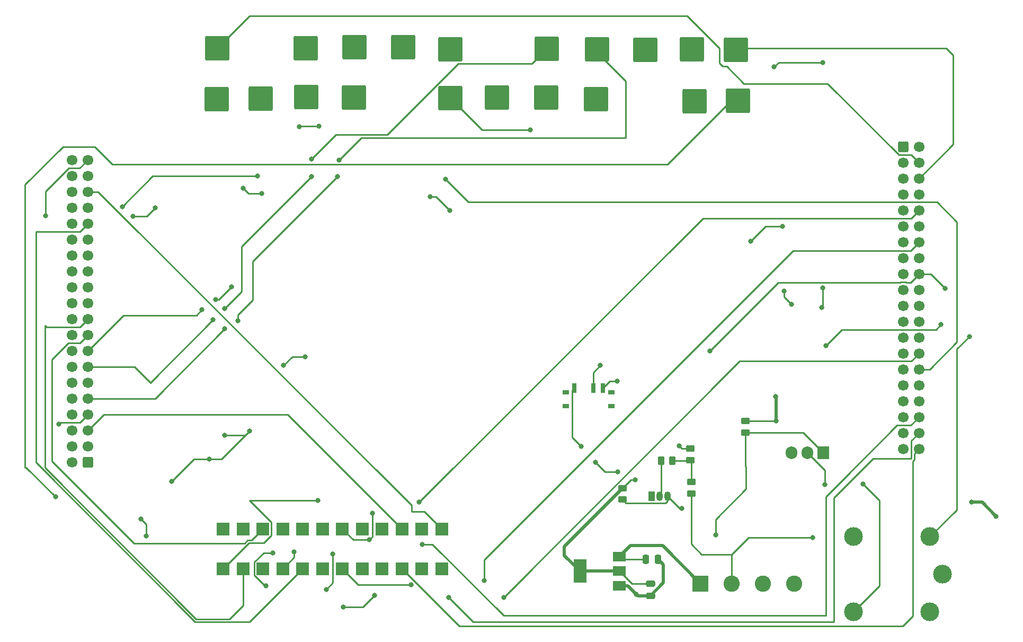
<source format=gbr>
%TF.GenerationSoftware,KiCad,Pcbnew,7.0.8*%
%TF.CreationDate,2025-03-20T17:12:24-04:00*%
%TF.ProjectId,2310interface,32333130-696e-4746-9572-666163652e6b,rev?*%
%TF.SameCoordinates,Original*%
%TF.FileFunction,Copper,L1,Top*%
%TF.FilePolarity,Positive*%
%FSLAX46Y46*%
G04 Gerber Fmt 4.6, Leading zero omitted, Abs format (unit mm)*
G04 Created by KiCad (PCBNEW 7.0.8) date 2025-03-20 17:12:24*
%MOMM*%
%LPD*%
G01*
G04 APERTURE LIST*
G04 Aperture macros list*
%AMRoundRect*
0 Rectangle with rounded corners*
0 $1 Rounding radius*
0 $2 $3 $4 $5 $6 $7 $8 $9 X,Y pos of 4 corners*
0 Add a 4 corners polygon primitive as box body*
4,1,4,$2,$3,$4,$5,$6,$7,$8,$9,$2,$3,0*
0 Add four circle primitives for the rounded corners*
1,1,$1+$1,$2,$3*
1,1,$1+$1,$4,$5*
1,1,$1+$1,$6,$7*
1,1,$1+$1,$8,$9*
0 Add four rect primitives between the rounded corners*
20,1,$1+$1,$2,$3,$4,$5,0*
20,1,$1+$1,$4,$5,$6,$7,0*
20,1,$1+$1,$6,$7,$8,$9,0*
20,1,$1+$1,$8,$9,$2,$3,0*%
G04 Aperture macros list end*
%TA.AperFunction,ComponentPad*%
%ADD10RoundRect,0.250002X-1.699998X-1.699998X1.699998X-1.699998X1.699998X1.699998X-1.699998X1.699998X0*%
%TD*%
%TA.AperFunction,SMDPad,CuDef*%
%ADD11R,1.000000X0.800000*%
%TD*%
%TA.AperFunction,SMDPad,CuDef*%
%ADD12R,0.700000X1.500000*%
%TD*%
%TA.AperFunction,SMDPad,CuDef*%
%ADD13RoundRect,0.250000X0.450000X-0.262500X0.450000X0.262500X-0.450000X0.262500X-0.450000X-0.262500X0*%
%TD*%
%TA.AperFunction,SMDPad,CuDef*%
%ADD14R,2.000000X1.500000*%
%TD*%
%TA.AperFunction,SMDPad,CuDef*%
%ADD15R,2.000000X3.800000*%
%TD*%
%TA.AperFunction,SMDPad,CuDef*%
%ADD16RoundRect,0.250000X-0.475000X0.250000X-0.475000X-0.250000X0.475000X-0.250000X0.475000X0.250000X0*%
%TD*%
%TA.AperFunction,SMDPad,CuDef*%
%ADD17RoundRect,0.250000X-0.262500X-0.450000X0.262500X-0.450000X0.262500X0.450000X-0.262500X0.450000X0*%
%TD*%
%TA.AperFunction,ComponentPad*%
%ADD18R,2.600000X2.600000*%
%TD*%
%TA.AperFunction,ComponentPad*%
%ADD19C,2.600000*%
%TD*%
%TA.AperFunction,ComponentPad*%
%ADD20RoundRect,0.250000X-0.600000X-0.600000X0.600000X-0.600000X0.600000X0.600000X-0.600000X0.600000X0*%
%TD*%
%TA.AperFunction,ComponentPad*%
%ADD21C,1.700000*%
%TD*%
%TA.AperFunction,ComponentPad*%
%ADD22R,1.050000X1.500000*%
%TD*%
%TA.AperFunction,ComponentPad*%
%ADD23O,1.050000X1.500000*%
%TD*%
%TA.AperFunction,SMDPad,CuDef*%
%ADD24RoundRect,0.250000X-0.450000X0.262500X-0.450000X-0.262500X0.450000X-0.262500X0.450000X0.262500X0*%
%TD*%
%TA.AperFunction,ComponentPad*%
%ADD25RoundRect,0.250000X0.600000X0.600000X-0.600000X0.600000X-0.600000X-0.600000X0.600000X-0.600000X0*%
%TD*%
%TA.AperFunction,ComponentPad*%
%ADD26C,3.000000*%
%TD*%
%TA.AperFunction,ComponentPad*%
%ADD27O,1.905000X2.000000*%
%TD*%
%TA.AperFunction,ComponentPad*%
%ADD28R,1.905000X2.000000*%
%TD*%
%TA.AperFunction,SMDPad,CuDef*%
%ADD29RoundRect,0.250000X0.250000X0.475000X-0.250000X0.475000X-0.250000X-0.475000X0.250000X-0.475000X0*%
%TD*%
%TA.AperFunction,ComponentPad*%
%ADD30RoundRect,0.250001X0.799999X0.799999X-0.799999X0.799999X-0.799999X-0.799999X0.799999X-0.799999X0*%
%TD*%
%TA.AperFunction,ViaPad*%
%ADD31C,0.800000*%
%TD*%
%TA.AperFunction,Conductor*%
%ADD32C,0.250000*%
%TD*%
%TA.AperFunction,Conductor*%
%ADD33C,0.508000*%
%TD*%
G04 APERTURE END LIST*
D10*
%TO.P,B10,1,Pin_1*%
%TO.N,Net-(B10a1-Pin_1)*%
X129600000Y-39290000D03*
%TD*%
D11*
%TO.P,SW1,*%
%TO.N,*%
X124750000Y-86090000D03*
X124750000Y-88300000D03*
X132050000Y-86090000D03*
X132050000Y-88300000D03*
D12*
%TO.P,SW1,1,A*%
%TO.N,Net-(SW1-A)*%
X126150000Y-85440000D03*
%TO.P,SW1,2,B*%
%TO.N,Net-(ConnA1-Pin_18)*%
X129150000Y-85440000D03*
%TO.P,SW1,3,C*%
%TO.N,GND*%
X130650000Y-85440000D03*
%TD*%
D10*
%TO.P,B13,1,Pin_1*%
%TO.N,Net-(B13a1-Pin_1)*%
X152320000Y-39530000D03*
%TD*%
%TO.P,D02,1,Pin_1*%
%TO.N,Net-(ConnA1-Pin_4)*%
X69090000Y-31150000D03*
%TD*%
%TO.P,D06,1,Pin_1*%
%TO.N,Net-(ConnA1-Pin_8)*%
X98740000Y-30980000D03*
%TD*%
%TO.P,D11,1,Pin_1*%
%TO.N,Net-(ConnB1-Pin_9)*%
X137460000Y-31420000D03*
%TD*%
D13*
%TO.P,R5,1*%
%TO.N,Net-(R4-Pad2)*%
X144700000Y-96900000D03*
%TO.P,R5,2*%
%TO.N,GND*%
X144700000Y-95075000D03*
%TD*%
D10*
%TO.P,B09,1,Pin_1*%
%TO.N,Net-(B9a1-Pin_1)*%
X121600000Y-39060000D03*
%TD*%
%TO.P,D04,1,Pin_1*%
%TO.N,Net-(ConnB1-Pin_29)*%
X83180000Y-31150000D03*
%TD*%
D14*
%TO.P,U1,1,GND*%
%TO.N,GND*%
X133340000Y-116970000D03*
%TO.P,U1,2,VO*%
%TO.N,Net-(SW1-A)*%
X133340000Y-114670000D03*
D15*
X127040000Y-114670000D03*
D14*
%TO.P,U1,3,VI*%
%TO.N,Net-(J4-Pin_1)*%
X133340000Y-112370000D03*
%TD*%
D10*
%TO.P,D05,1,Pin_1*%
%TO.N,unconnected-(D5a1-Pin_1-Pad1)*%
X91000000Y-30980000D03*
%TD*%
D16*
%TO.P,C2,1*%
%TO.N,Net-(SW1-A)*%
X138280000Y-116670000D03*
%TO.P,C2,2*%
%TO.N,GND*%
X138280000Y-118570000D03*
%TD*%
D17*
%TO.P,R7,1*%
%TO.N,Net-(Q2-B)*%
X139997500Y-97060000D03*
%TO.P,R7,2*%
%TO.N,Net-(R4-Pad2)*%
X141822500Y-97060000D03*
%TD*%
D10*
%TO.P,B07,1,Pin_1*%
%TO.N,Net-(B7a1-Pin_1)*%
X106300000Y-39140000D03*
%TD*%
%TO.P,B08,1,Pin_1*%
%TO.N,Net-(B8a1-Pin_1)*%
X113780000Y-39060000D03*
%TD*%
D18*
%TO.P,J4,1,Pin_1*%
%TO.N,Net-(J4-Pin_1)*%
X146280000Y-116650000D03*
D19*
%TO.P,J4,2,Pin_2*%
%TO.N,Net-(J4-Pin_2)*%
X151280000Y-116650000D03*
%TO.P,J4,3,Pin_3*%
%TO.N,Net-(J4-Pin_3)*%
X156280000Y-116650000D03*
%TO.P,J4,4,Pin_4*%
%TO.N,GND*%
X161280000Y-116650000D03*
%TD*%
D10*
%TO.P,B05,1,Pin_1*%
%TO.N,Net-(B5a1-Pin_1)*%
X90920000Y-39060000D03*
%TD*%
%TO.P,D09,1,Pin_1*%
%TO.N,Net-(ConnB1-Pin_13)*%
X121690000Y-31240000D03*
%TD*%
%TO.P,D10,1,Pin_1*%
%TO.N,Net-(ConnB1-Pin_9)*%
X129720000Y-31300000D03*
%TD*%
%TO.P,B03,1,Pin_1*%
%TO.N,Net-(B3a1-Pin_1)*%
X75960000Y-39230000D03*
%TD*%
D13*
%TO.P,R1,1*%
%TO.N,Net-(J4-Pin_1)*%
X153450000Y-92532500D03*
%TO.P,R1,2*%
%TO.N,GND*%
X153450000Y-90707500D03*
%TD*%
D10*
%TO.P,D13,1,Pin_1*%
%TO.N,Net-(ConnA1-Pin_6)*%
X151950000Y-31420000D03*
%TD*%
D20*
%TO.P,ConnA1,1,Pin_1*%
%TO.N,unconnected-(ConnA1-Pin_1-Pad1)*%
X178710000Y-46860000D03*
D21*
%TO.P,ConnA1,2,Pin_2*%
%TO.N,Net-(B3a1-Pin_1)*%
X181250000Y-46860000D03*
%TO.P,ConnA1,3,Pin_3*%
%TO.N,unconnected-(ConnA1-Pin_3-Pad3)*%
X178710000Y-49400000D03*
%TO.P,ConnA1,4,Pin_4*%
%TO.N,Net-(ConnA1-Pin_4)*%
X181250000Y-49400000D03*
%TO.P,ConnA1,5,Pin_5*%
%TO.N,unconnected-(ConnA1-Pin_5-Pad5)*%
X178710000Y-51940000D03*
%TO.P,ConnA1,6,Pin_6*%
%TO.N,Net-(ConnA1-Pin_6)*%
X181250000Y-51940000D03*
%TO.P,ConnA1,7,Pin_7*%
%TO.N,unconnected-(ConnA1-Pin_7-Pad7)*%
X178710000Y-54480000D03*
%TO.P,ConnA1,8,Pin_8*%
%TO.N,Net-(ConnA1-Pin_8)*%
X181250000Y-54480000D03*
%TO.P,ConnA1,9,Pin_9*%
%TO.N,unconnected-(ConnA1-Pin_9-Pad9)*%
X178710000Y-57020000D03*
%TO.P,ConnA1,10,Pin_10*%
%TO.N,Net-(B13-Pin_1)*%
X181250000Y-57020000D03*
%TO.P,ConnA1,11,Pin_11*%
%TO.N,unconnected-(ConnA1-Pin_11-Pad11)*%
X178710000Y-59560000D03*
%TO.P,ConnA1,12,Pin_12*%
%TO.N,Net-(B12a1-Pin_1)*%
X181250000Y-59560000D03*
%TO.P,ConnA1,13,Pin_13*%
%TO.N,unconnected-(ConnA1-Pin_13-Pad13)*%
X178710000Y-62100000D03*
%TO.P,ConnA1,14,Pin_14*%
%TO.N,Net-(B7-Pin_1)*%
X181250000Y-62100000D03*
%TO.P,ConnA1,15,Pin_15*%
%TO.N,unconnected-(ConnA1-Pin_15-Pad15)*%
X178710000Y-64640000D03*
%TO.P,ConnA1,16,Pin_16*%
%TO.N,Net-(B8a1-Pin_1)*%
X181250000Y-64640000D03*
%TO.P,ConnA1,17,Pin_17*%
%TO.N,unconnected-(ConnA1-Pin_17-Pad17)*%
X178710000Y-67180000D03*
%TO.P,ConnA1,18,Pin_18*%
%TO.N,Net-(ConnA1-Pin_18)*%
X181250000Y-67180000D03*
%TO.P,ConnA1,19,Pin_19*%
%TO.N,unconnected-(ConnA1-Pin_19-Pad19)*%
X178710000Y-69720000D03*
%TO.P,ConnA1,20,Pin_20*%
%TO.N,Net-(ConnA1-Pin_20)*%
X181250000Y-69720000D03*
%TO.P,ConnA1,21,Pin_21*%
%TO.N,unconnected-(ConnA1-Pin_21-Pad21)*%
X178710000Y-72260000D03*
%TO.P,ConnA1,22,Pin_22*%
%TO.N,Net-(B7a1-Pin_1)*%
X181250000Y-72260000D03*
%TO.P,ConnA1,23,Pin_23*%
%TO.N,unconnected-(ConnA1-Pin_23-Pad23)*%
X178710000Y-74800000D03*
%TO.P,ConnA1,24,Pin_24*%
%TO.N,Net-(ConnA1-Pin_24)*%
X181250000Y-74800000D03*
%TO.P,ConnA1,25,Pin_25*%
%TO.N,unconnected-(ConnA1-Pin_25-Pad25)*%
X178710000Y-77340000D03*
%TO.P,ConnA1,26,Pin_26*%
%TO.N,Net-(B2a1-Pin_1)*%
X181250000Y-77340000D03*
%TO.P,ConnA1,27,Pin_27*%
%TO.N,unconnected-(ConnA1-Pin_27-Pad27)*%
X178710000Y-79880000D03*
%TO.P,ConnA1,28,Pin_28*%
%TO.N,Net-(B10-Pin_1)*%
X181250000Y-79880000D03*
%TO.P,ConnA1,29,Pin_29*%
%TO.N,unconnected-(ConnA1-Pin_29-Pad29)*%
X178710000Y-82420000D03*
%TO.P,ConnA1,30,Pin_30*%
%TO.N,Net-(B5a1-Pin_1)*%
X181250000Y-82420000D03*
%TO.P,ConnA1,31,Pin_31*%
%TO.N,unconnected-(ConnA1-Pin_31-Pad31)*%
X178710000Y-84960000D03*
%TO.P,ConnA1,32,Pin_32*%
%TO.N,Net-(B10a1-Pin_1)*%
X181250000Y-84960000D03*
%TO.P,ConnA1,33,Pin_33*%
%TO.N,unconnected-(ConnA1-Pin_33-Pad33)*%
X178710000Y-87500000D03*
%TO.P,ConnA1,34,Pin_34*%
%TO.N,Net-(B2-Pin_1)*%
X181250000Y-87500000D03*
%TO.P,ConnA1,35,Pin_35*%
%TO.N,unconnected-(ConnA1-Pin_35-Pad35)*%
X178710000Y-90040000D03*
%TO.P,ConnA1,36,Pin_36*%
%TO.N,Net-(ConnA1-Pin_36)*%
X181250000Y-90040000D03*
%TO.P,ConnA1,37,Pin_37*%
%TO.N,unconnected-(ConnA1-Pin_37-Pad37)*%
X178710000Y-92580000D03*
%TO.P,ConnA1,38,Pin_38*%
%TO.N,Net-(B5-Pin_1)*%
X181250000Y-92580000D03*
%TO.P,ConnA1,39,Pin_39*%
%TO.N,unconnected-(ConnA1-Pin_39-Pad39)*%
X178710000Y-95120000D03*
%TO.P,ConnA1,40,Pin_40*%
%TO.N,Net-(B4-Pin_1)*%
X181250000Y-95120000D03*
%TD*%
D10*
%TO.P,B12,1,Pin_1*%
%TO.N,Net-(B12a1-Pin_1)*%
X145320000Y-39650000D03*
%TD*%
%TO.P,B02,1,Pin_1*%
%TO.N,Net-(B2a1-Pin_1)*%
X69000000Y-39320000D03*
%TD*%
D22*
%TO.P,Q2,1,E*%
%TO.N,GND*%
X138510000Y-102680000D03*
D23*
%TO.P,Q2,2,B*%
%TO.N,Net-(Q2-B)*%
X139780000Y-102680000D03*
%TO.P,Q2,3,C*%
%TO.N,Net-(ConnA1-Pin_24)*%
X141050000Y-102680000D03*
%TD*%
D24*
%TO.P,R6,1*%
%TO.N,Net-(SW1-A)*%
X133860000Y-101417500D03*
%TO.P,R6,2*%
%TO.N,Net-(ConnA1-Pin_24)*%
X133860000Y-103242500D03*
%TD*%
D25*
%TO.P,ConnB1,1,Pin_1*%
%TO.N,unconnected-(ConnB1-Pin_1-Pad1)*%
X48390000Y-97240000D03*
D21*
%TO.P,ConnB1,2,Pin_2*%
%TO.N,unconnected-(ConnB1-Pin_2-Pad2)*%
X45850000Y-97240000D03*
%TO.P,ConnB1,3,Pin_3*%
%TO.N,unconnected-(ConnB1-Pin_3-Pad3)*%
X48390000Y-94700000D03*
%TO.P,ConnB1,4,Pin_4*%
%TO.N,unconnected-(ConnB1-Pin_4-Pad4)*%
X45850000Y-94700000D03*
%TO.P,ConnB1,5,Pin_5*%
%TO.N,Net-(ConnB1-Pin_5)*%
X48390000Y-92160000D03*
%TO.P,ConnB1,6,Pin_6*%
%TO.N,unconnected-(ConnB1-Pin_6-Pad6)*%
X45850000Y-92160000D03*
%TO.P,ConnB1,7,Pin_7*%
%TO.N,Net-(B13a1-Pin_1)*%
X48390000Y-89620000D03*
%TO.P,ConnB1,8,Pin_8*%
%TO.N,unconnected-(ConnB1-Pin_8-Pad8)*%
X45850000Y-89620000D03*
%TO.P,ConnB1,9,Pin_9*%
%TO.N,Net-(ConnB1-Pin_9)*%
X48390000Y-87080000D03*
%TO.P,ConnB1,10,Pin_10*%
%TO.N,unconnected-(ConnB1-Pin_10-Pad10)*%
X45850000Y-87080000D03*
%TO.P,ConnB1,11,Pin_11*%
%TO.N,Net-(B8-Pin_1)*%
X48390000Y-84540000D03*
%TO.P,ConnB1,12,Pin_12*%
%TO.N,unconnected-(ConnB1-Pin_12-Pad12)*%
X45850000Y-84540000D03*
%TO.P,ConnB1,13,Pin_13*%
%TO.N,Net-(ConnB1-Pin_13)*%
X48390000Y-82000000D03*
%TO.P,ConnB1,14,Pin_14*%
%TO.N,unconnected-(ConnB1-Pin_14-Pad14)*%
X45850000Y-82000000D03*
%TO.P,ConnB1,15,Pin_15*%
%TO.N,Net-(B9a1-Pin_1)*%
X48390000Y-79460000D03*
%TO.P,ConnB1,16,Pin_16*%
%TO.N,unconnected-(ConnB1-Pin_16-Pad16)*%
X45850000Y-79460000D03*
%TO.P,ConnB1,17,Pin_17*%
%TO.N,Net-(ConnB1-Pin_17)*%
X48390000Y-76920000D03*
%TO.P,ConnB1,18,Pin_18*%
%TO.N,unconnected-(ConnB1-Pin_18-Pad18)*%
X45850000Y-76920000D03*
%TO.P,ConnB1,19,Pin_19*%
%TO.N,Net-(B12-Pin_1)*%
X48390000Y-74380000D03*
%TO.P,ConnB1,20,Pin_20*%
%TO.N,unconnected-(ConnB1-Pin_20-Pad20)*%
X45850000Y-74380000D03*
%TO.P,ConnB1,21,Pin_21*%
%TO.N,Net-(ConnB1-Pin_21)*%
X48390000Y-71840000D03*
%TO.P,ConnB1,22,Pin_22*%
%TO.N,unconnected-(ConnB1-Pin_22-Pad22)*%
X45850000Y-71840000D03*
%TO.P,ConnB1,23,Pin_23*%
%TO.N,Net-(ConnB1-Pin_23)*%
X48390000Y-69300000D03*
%TO.P,ConnB1,24,Pin_24*%
%TO.N,unconnected-(ConnB1-Pin_24-Pad24)*%
X45850000Y-69300000D03*
%TO.P,ConnB1,25,Pin_25*%
%TO.N,Net-(ConnB1-Pin_25)*%
X48390000Y-66760000D03*
%TO.P,ConnB1,26,Pin_26*%
%TO.N,unconnected-(ConnB1-Pin_26-Pad26)*%
X45850000Y-66760000D03*
%TO.P,ConnB1,27,Pin_27*%
%TO.N,Net-(B4a1-Pin_1)*%
X48390000Y-64220000D03*
%TO.P,ConnB1,28,Pin_28*%
%TO.N,unconnected-(ConnB1-Pin_28-Pad28)*%
X45850000Y-64220000D03*
%TO.P,ConnB1,29,Pin_29*%
%TO.N,Net-(ConnB1-Pin_29)*%
X48390000Y-61680000D03*
%TO.P,ConnB1,30,Pin_30*%
%TO.N,unconnected-(ConnB1-Pin_30-Pad30)*%
X45850000Y-61680000D03*
%TO.P,ConnB1,31,Pin_31*%
%TO.N,Net-(B9-Pin_1)*%
X48390000Y-59140000D03*
%TO.P,ConnB1,32,Pin_32*%
%TO.N,unconnected-(ConnB1-Pin_32-Pad32)*%
X45850000Y-59140000D03*
%TO.P,ConnB1,33,Pin_33*%
%TO.N,unconnected-(ConnB1-Pin_33-Pad33)*%
X48390000Y-56600000D03*
%TO.P,ConnB1,34,Pin_34*%
%TO.N,unconnected-(ConnB1-Pin_34-Pad34)*%
X45850000Y-56600000D03*
%TO.P,ConnB1,35,Pin_35*%
%TO.N,Net-(ConnB1-Pin_35)*%
X48390000Y-54060000D03*
%TO.P,ConnB1,36,Pin_36*%
%TO.N,unconnected-(ConnB1-Pin_36-Pad36)*%
X45850000Y-54060000D03*
%TO.P,ConnB1,37,Pin_37*%
%TO.N,Net-(B3-Pin_1)*%
X48390000Y-51520000D03*
%TO.P,ConnB1,38,Pin_38*%
%TO.N,unconnected-(ConnB1-Pin_38-Pad38)*%
X45850000Y-51520000D03*
%TO.P,ConnB1,39,Pin_39*%
%TO.N,Net-(J4-Pin_1)*%
X48390000Y-48980000D03*
%TO.P,ConnB1,40,Pin_40*%
%TO.N,unconnected-(ConnB1-Pin_40-Pad40)*%
X45850000Y-48980000D03*
%TD*%
D26*
%TO.P,REF\u002A\u002A,11*%
%TO.N,Net-(J4-Pin_3)*%
X184970000Y-115160000D03*
%TO.P,REF\u002A\u002A,12*%
%TO.N,Ref12*%
X170770000Y-121160000D03*
%TO.P,REF\u002A\u002A,14*%
%TO.N,Net-(J4-Pin_2)*%
X170770000Y-109160000D03*
%TO.P,REF\u002A\u002A,A1*%
%TO.N,Net-(ConnA1-Pin_18)*%
X182970000Y-109160000D03*
%TO.P,REF\u002A\u002A,A2*%
%TO.N,GND*%
X182970000Y-121160000D03*
%TD*%
D10*
%TO.P,D12,1,Pin_1*%
%TO.N,Net-(ConnA1-Pin_20)*%
X144950000Y-31300000D03*
%TD*%
D27*
%TO.P,Q1,1,D*%
%TO.N,Ref12*%
X163400000Y-95750000D03*
%TO.P,Q1,2,S*%
%TO.N,GND*%
X160860000Y-95750000D03*
D28*
%TO.P,Q1,3,G*%
%TO.N,Net-(J4-Pin_1)*%
X165940000Y-95750000D03*
%TD*%
D10*
%TO.P,B04,1,Pin_1*%
%TO.N,Net-(B4a1-Pin_1)*%
X83270000Y-38970000D03*
%TD*%
D29*
%TO.P,C1,1*%
%TO.N,GND*%
X139480000Y-112810000D03*
%TO.P,C1,2*%
%TO.N,Net-(J4-Pin_1)*%
X137580000Y-112810000D03*
%TD*%
D10*
%TO.P,D07,1,Pin_1*%
%TO.N,unconnected-(D7a1-Pin_1-Pad1)*%
X106300000Y-31320000D03*
%TD*%
D13*
%TO.P,R4,1*%
%TO.N,Net-(J4-Pin_2)*%
X144810000Y-102272500D03*
%TO.P,R4,2*%
%TO.N,Net-(R4-Pad2)*%
X144810000Y-100447500D03*
%TD*%
D30*
%TO.P,B13,1,Pin_1*%
%TO.N,Net-(B13-Pin_1)*%
X70005000Y-114270000D03*
%TD*%
%TO.P,D4,1,Pin_1*%
%TO.N,Net-(ConnB1-Pin_5)*%
X98580000Y-107920000D03*
%TD*%
%TO.P,B7,1,Pin_1*%
%TO.N,Net-(B7-Pin_1)*%
X89055000Y-114270000D03*
%TD*%
%TO.P,B11,1,Pin_1*%
%TO.N,unconnected-(B11-Pin_1-Pad1)*%
X76355000Y-114270000D03*
%TD*%
%TO.P,D9,1,Pin_1*%
%TO.N,Net-(ConnB1-Pin_21)*%
X82705000Y-107920000D03*
%TD*%
%TO.P,D2,1,Pin_1*%
%TO.N,Net-(ConnB1-Pin_35)*%
X104930000Y-107920000D03*
%TD*%
%TO.P,B9,1,Pin_1*%
%TO.N,Net-(B9-Pin_1)*%
X82705000Y-114270000D03*
%TD*%
%TO.P,D8,1,Pin_1*%
%TO.N,unconnected-(D8-Pin_1-Pad1)*%
X85880000Y-107920000D03*
%TD*%
%TO.P,D10,1,Pin_1*%
%TO.N,Net-(ConnB1-Pin_17)*%
X79530000Y-107920000D03*
%TD*%
%TO.P,B5,1,Pin_1*%
%TO.N,Net-(B5-Pin_1)*%
X95405000Y-114270000D03*
%TD*%
%TO.P,D5,1,Pin_1*%
%TO.N,unconnected-(D5-Pin_1-Pad1)*%
X95405000Y-107920000D03*
%TD*%
%TO.P,D11,1,Pin_1*%
%TO.N,Net-(ConnB1-Pin_17)*%
X76355000Y-107920000D03*
%TD*%
%TO.P,B6,1,Pin_1*%
%TO.N,unconnected-(B6-Pin_1-Pad1)*%
X92230000Y-114270000D03*
%TD*%
%TO.P,D6,1,Pin_1*%
%TO.N,Net-(ConnB1-Pin_25)*%
X92230000Y-107920000D03*
%TD*%
%TO.P,B3,1,Pin_1*%
%TO.N,Net-(B3-Pin_1)*%
X101755000Y-114270000D03*
%TD*%
%TO.P,B10,1,Pin_1*%
%TO.N,Net-(B10-Pin_1)*%
X79530000Y-114270000D03*
%TD*%
%TO.P,B8,1,Pin_1*%
%TO.N,Net-(B8-Pin_1)*%
X85880000Y-114270000D03*
%TD*%
%TO.P,B12,1,Pin_1*%
%TO.N,Net-(B12-Pin_1)*%
X73180000Y-114270000D03*
%TD*%
%TO.P,D3,1,Pin_1*%
%TO.N,unconnected-(D3-Pin_1-Pad1)*%
X101755000Y-107920000D03*
%TD*%
%TO.P,B4,1,Pin_1*%
%TO.N,Net-(B4-Pin_1)*%
X98580000Y-114270000D03*
%TD*%
%TO.P,D7,1,Pin_1*%
%TO.N,GND*%
X89055000Y-107920000D03*
%TD*%
%TO.P,D13,1,Pin_1*%
%TO.N,Net-(ConnB1-Pin_23)*%
X70005000Y-107920000D03*
%TD*%
%TO.P,D12,1,Pin_1*%
%TO.N,Net-(ConnA1-Pin_36)*%
X73180000Y-107920000D03*
%TD*%
%TO.P,B2,1,Pin_1*%
%TO.N,Net-(B2-Pin_1)*%
X104930000Y-114270000D03*
%TD*%
D31*
%TO.N,GND*%
X154320000Y-61980000D03*
X94230000Y-118540000D03*
X83110000Y-80440000D03*
X132960000Y-84290000D03*
X193550000Y-105890000D03*
X158080000Y-34130000D03*
X184730000Y-75260000D03*
X159400000Y-59600000D03*
X136030000Y-118320000D03*
X165860000Y-33400000D03*
X76820000Y-117010000D03*
X86480000Y-117560000D03*
X82150000Y-43640000D03*
X74230000Y-92240000D03*
X93850000Y-105440000D03*
X142890000Y-94620000D03*
X87520000Y-111930000D03*
X77910000Y-111720000D03*
X79670000Y-81810000D03*
X158300000Y-86800000D03*
X189640000Y-103640000D03*
X93360000Y-109665500D03*
X166320000Y-78620000D03*
X89210000Y-120400000D03*
X67810000Y-96770000D03*
X165860000Y-69430000D03*
X61800000Y-100320000D03*
X85330000Y-43590000D03*
X70280000Y-92930000D03*
X165700000Y-72540000D03*
X158370000Y-90660000D03*
%TO.N,Net-(ConnA1-Pin_24)*%
X143340000Y-104610000D03*
%TO.N,Net-(J4-Pin_1)*%
X148720000Y-108860000D03*
X41590000Y-57920000D03*
%TO.N,Net-(B2a1-Pin_1)*%
X106200000Y-57020000D03*
X103110000Y-54840000D03*
X73200000Y-53470000D03*
X76180000Y-54330000D03*
%TO.N,Net-(B4a1-Pin_1)*%
X59120000Y-56670000D03*
X55560000Y-57990000D03*
%TO.N,Net-(B5a1-Pin_1)*%
X105570000Y-52090000D03*
%TO.N,Net-(B7a1-Pin_1)*%
X119080000Y-44190000D03*
%TO.N,Net-(B9a1-Pin_1)*%
X66630000Y-72880000D03*
X71380000Y-69220000D03*
X68790000Y-71250000D03*
%TO.N,Net-(B10a1-Pin_1)*%
X160800000Y-72030000D03*
X159620000Y-69970000D03*
%TO.N,Net-(B13a1-Pin_1)*%
X57710000Y-109050000D03*
X56840000Y-106320000D03*
X43730000Y-91140000D03*
X43190000Y-102820000D03*
%TO.N,Net-(B13-Pin_1)*%
X101330000Y-103650000D03*
X85170000Y-103380000D03*
%TO.N,Net-(B7-Pin_1)*%
X100080000Y-116830000D03*
X111720000Y-116180000D03*
%TO.N,Net-(SW1-A)*%
X135890000Y-100076000D03*
X129540000Y-97282000D03*
X127254000Y-94742000D03*
X133096000Y-98806000D03*
%TO.N,Net-(B10-Pin_1)*%
X81350000Y-111600000D03*
X114870000Y-118830000D03*
%TO.N,Net-(ConnA1-Pin_36)*%
X101790000Y-110390000D03*
%TO.N,Net-(B5-Pin_1)*%
X106030000Y-118840000D03*
%TO.N,Net-(ConnB1-Pin_13)*%
X84100000Y-51630000D03*
X70230000Y-72730000D03*
X68400000Y-74510000D03*
X84150000Y-48830000D03*
%TO.N,Net-(ConnB1-Pin_9)*%
X72350000Y-74710000D03*
X88280000Y-51680000D03*
X88570000Y-48990000D03*
X70230000Y-75980000D03*
%TO.N,Net-(ConnB1-Pin_29)*%
X53880000Y-56450000D03*
X75450000Y-51520000D03*
%TO.N,Net-(J4-Pin_2)*%
X164210000Y-109290000D03*
%TO.N,Net-(ConnA1-Pin_18)*%
X189240000Y-77180000D03*
X147828000Y-79502000D03*
X185420000Y-69540000D03*
X130302000Y-81788000D03*
%TO.N,Ref12*%
X166190000Y-100830000D03*
X172260000Y-100740000D03*
%TD*%
D32*
%TO.N,GND*%
X90800500Y-109665500D02*
X93360000Y-109665500D01*
X89055000Y-107920000D02*
X90800500Y-109665500D01*
D33*
X140330000Y-113640000D02*
X140330000Y-116520000D01*
D32*
X89210000Y-120400000D02*
X92370000Y-120400000D01*
D33*
X134680000Y-116970000D02*
X136030000Y-118320000D01*
D32*
X74980000Y-115308172D02*
X74980000Y-113231828D01*
X165860000Y-72380000D02*
X165700000Y-72540000D01*
X86480000Y-117560000D02*
X87520000Y-116520000D01*
X144700000Y-95075000D02*
X143345000Y-95075000D01*
X76820000Y-117010000D02*
X76681828Y-117010000D01*
X85330000Y-43590000D02*
X82200000Y-43590000D01*
X184730000Y-75260000D02*
X183910000Y-76080000D01*
X156700000Y-59600000D02*
X154320000Y-61980000D01*
D33*
X133340000Y-116970000D02*
X134680000Y-116970000D01*
D32*
X93850000Y-105440000D02*
X93850000Y-109175500D01*
X153450000Y-90707500D02*
X158322500Y-90707500D01*
D33*
X140330000Y-113640000D02*
X140310000Y-113640000D01*
X140310000Y-113640000D02*
X139480000Y-112810000D01*
D32*
X158370000Y-86870000D02*
X158300000Y-86800000D01*
X158322500Y-90707500D02*
X158370000Y-90660000D01*
X158080000Y-34130000D02*
X158810000Y-33400000D01*
X82200000Y-43590000D02*
X82150000Y-43640000D01*
X87520000Y-116520000D02*
X87520000Y-111930000D01*
X168860000Y-76080000D02*
X166320000Y-78620000D01*
X70280000Y-92930000D02*
X73540000Y-92930000D01*
X74980000Y-113231828D02*
X76491828Y-111720000D01*
X76681828Y-117010000D02*
X74980000Y-115308172D01*
X65350000Y-96770000D02*
X61800000Y-100320000D01*
X159400000Y-59600000D02*
X156700000Y-59600000D01*
D33*
X158370000Y-90660000D02*
X158370000Y-86870000D01*
D32*
X81040000Y-80440000D02*
X83110000Y-80440000D01*
X136280000Y-118570000D02*
X136030000Y-118320000D01*
X73540000Y-92930000D02*
X74230000Y-92240000D01*
X74230000Y-92240000D02*
X69700000Y-96770000D01*
X130650000Y-85440000D02*
X131800000Y-84290000D01*
X131800000Y-84290000D02*
X132960000Y-84290000D01*
X76491828Y-111720000D02*
X77910000Y-111720000D01*
X92370000Y-120400000D02*
X94230000Y-118540000D01*
X158810000Y-33400000D02*
X165860000Y-33400000D01*
X67810000Y-96770000D02*
X65350000Y-96770000D01*
X165860000Y-69430000D02*
X165860000Y-72380000D01*
X143345000Y-95075000D02*
X142890000Y-94620000D01*
D33*
X189640000Y-103640000D02*
X191300000Y-103640000D01*
D32*
X69700000Y-96770000D02*
X67810000Y-96770000D01*
D33*
X191300000Y-103640000D02*
X193550000Y-105890000D01*
D32*
X93850000Y-109175500D02*
X93360000Y-109665500D01*
D33*
X138280000Y-118570000D02*
X136280000Y-118570000D01*
X140330000Y-116520000D02*
X138280000Y-118570000D01*
D32*
X79670000Y-81810000D02*
X81040000Y-80440000D01*
X183910000Y-76080000D02*
X168860000Y-76080000D01*
%TO.N,Net-(Q2-B)*%
X139997500Y-97060000D02*
X139997500Y-102462500D01*
X139997500Y-102462500D02*
X139780000Y-102680000D01*
%TO.N,Net-(ConnA1-Pin_24)*%
X141050000Y-103426325D02*
X141050000Y-102680000D01*
X134372500Y-103755000D02*
X140721325Y-103755000D01*
X142980000Y-104610000D02*
X143340000Y-104610000D01*
X133860000Y-103242500D02*
X134372500Y-103755000D01*
X140721325Y-103755000D02*
X141050000Y-103426325D01*
X141050000Y-102680000D02*
X142980000Y-104610000D01*
%TO.N,Net-(J4-Pin_1)*%
X153565000Y-101532500D02*
X153565000Y-98037500D01*
X47080000Y-50290000D02*
X45310000Y-50290000D01*
D33*
X140230000Y-110600000D02*
X146280000Y-116650000D01*
D32*
X133780000Y-112810000D02*
X133340000Y-112370000D01*
X45310000Y-50290000D02*
X41590000Y-54010000D01*
X153450000Y-97892500D02*
X153450000Y-92532500D01*
X153450000Y-92532500D02*
X162722500Y-92532500D01*
X153565000Y-98037500D02*
X153580000Y-98022500D01*
X148720000Y-108860000D02*
X148720000Y-106377500D01*
X162722500Y-92532500D02*
X165940000Y-95750000D01*
D33*
X135110000Y-110600000D02*
X133340000Y-112370000D01*
D32*
X153580000Y-98022500D02*
X153450000Y-97892500D01*
X148720000Y-106377500D02*
X153565000Y-101532500D01*
X41590000Y-54010000D02*
X41590000Y-57920000D01*
D33*
X135110000Y-110600000D02*
X140230000Y-110600000D01*
D32*
X48390000Y-48980000D02*
X47080000Y-50290000D01*
X137580000Y-112810000D02*
X133780000Y-112810000D01*
%TO.N,Net-(B2a1-Pin_1)*%
X76180000Y-54330000D02*
X74060000Y-54330000D01*
X106200000Y-57020000D02*
X104020000Y-54840000D01*
X74060000Y-54330000D02*
X73200000Y-53470000D01*
X104020000Y-54840000D02*
X103110000Y-54840000D01*
%TO.N,Net-(B4a1-Pin_1)*%
X57800000Y-57990000D02*
X59120000Y-56670000D01*
X55560000Y-57990000D02*
X57800000Y-57990000D01*
%TO.N,Net-(B5a1-Pin_1)*%
X109220000Y-55740000D02*
X184100000Y-55740000D01*
X105570000Y-52090000D02*
X109220000Y-55740000D01*
X184100000Y-55740000D02*
X187280000Y-58920000D01*
X187280000Y-58920000D02*
X187280000Y-78050000D01*
X187280000Y-78050000D02*
X182910000Y-82420000D01*
X182910000Y-82420000D02*
X181250000Y-82420000D01*
%TO.N,Net-(B7a1-Pin_1)*%
X111350000Y-44190000D02*
X106300000Y-39140000D01*
X119080000Y-44190000D02*
X111350000Y-44190000D01*
%TO.N,Net-(B9a1-Pin_1)*%
X48390000Y-79460000D02*
X54065000Y-73785000D01*
X65725000Y-73785000D02*
X66630000Y-72880000D01*
X69350000Y-71250000D02*
X71380000Y-69220000D01*
X68790000Y-71250000D02*
X69350000Y-71250000D01*
X54065000Y-73785000D02*
X65725000Y-73785000D01*
%TO.N,Net-(B10a1-Pin_1)*%
X159620000Y-69970000D02*
X159620000Y-70850000D01*
X159620000Y-70850000D02*
X160800000Y-72030000D01*
%TO.N,Net-(B13a1-Pin_1)*%
X57710000Y-107190000D02*
X57710000Y-109050000D01*
X56840000Y-106320000D02*
X57710000Y-107190000D01*
X52305000Y-49715000D02*
X49510000Y-46920000D01*
X38360000Y-52940000D02*
X38360000Y-98140000D01*
X48390000Y-89620000D02*
X47090000Y-90920000D01*
X47090000Y-90920000D02*
X43950000Y-90920000D01*
X151680000Y-39060000D02*
X141025000Y-49715000D01*
X49510000Y-46920000D02*
X44380000Y-46920000D01*
X44380000Y-46920000D02*
X38360000Y-52940000D01*
X43190000Y-102820000D02*
X38510000Y-98140000D01*
X38510000Y-98140000D02*
X38360000Y-98140000D01*
X141025000Y-49715000D02*
X52305000Y-49715000D01*
X43950000Y-90920000D02*
X43730000Y-91140000D01*
%TO.N,Net-(ConnA1-Pin_4)*%
X74260000Y-25980000D02*
X144170000Y-25980000D01*
X150486000Y-34036000D02*
X153235000Y-36785000D01*
X149352000Y-33528000D02*
X149860000Y-34036000D01*
X180010000Y-48160000D02*
X181250000Y-49400000D01*
X166615000Y-36785000D02*
X177990000Y-48160000D01*
X149860000Y-34036000D02*
X150486000Y-34036000D01*
X69090000Y-31150000D02*
X74260000Y-25980000D01*
X149352000Y-31162000D02*
X149352000Y-33528000D01*
X177990000Y-48160000D02*
X180010000Y-48160000D01*
X153235000Y-36785000D02*
X166615000Y-36785000D01*
X144170000Y-25980000D02*
X149352000Y-31162000D01*
%TO.N,Net-(ConnA1-Pin_6)*%
X181250000Y-51940000D02*
X186680000Y-46510000D01*
X186680000Y-32280000D02*
X185550000Y-31150000D01*
X186680000Y-46510000D02*
X186680000Y-32280000D01*
X185550000Y-31150000D02*
X151940000Y-31150000D01*
%TO.N,Net-(B13-Pin_1)*%
X74105000Y-110170000D02*
X70005000Y-114270000D01*
X181250000Y-57020000D02*
X179950000Y-58320000D01*
X179950000Y-58320000D02*
X146660000Y-58320000D01*
X74228172Y-103380000D02*
X77730000Y-106881828D01*
X77730000Y-108958172D02*
X76518172Y-110170000D01*
X76518172Y-110170000D02*
X74105000Y-110170000D01*
X146660000Y-58320000D02*
X101330000Y-103650000D01*
X77730000Y-106881828D02*
X77730000Y-108958172D01*
X85170000Y-103380000D02*
X74228172Y-103380000D01*
%TO.N,Net-(B7-Pin_1)*%
X179885000Y-63465000D02*
X161115000Y-63465000D01*
X112040000Y-112540000D02*
X111720000Y-112860000D01*
X91615000Y-116830000D02*
X89055000Y-114270000D01*
X181250000Y-62100000D02*
X179885000Y-63465000D01*
X161115000Y-63465000D02*
X112040000Y-112540000D01*
X111720000Y-112860000D02*
X111720000Y-116180000D01*
X100080000Y-116830000D02*
X91615000Y-116830000D01*
D33*
%TO.N,Net-(SW1-A)*%
X124510000Y-112140000D02*
X127040000Y-114670000D01*
D32*
X126150000Y-85440000D02*
X125800000Y-85790000D01*
X129540000Y-97282000D02*
X131064000Y-98806000D01*
D33*
X124510000Y-110767500D02*
X124510000Y-112140000D01*
D32*
X135201500Y-100076000D02*
X135890000Y-100076000D01*
X131064000Y-98806000D02*
X133096000Y-98806000D01*
X135340000Y-116670000D02*
X133340000Y-114670000D01*
X125800000Y-85790000D02*
X125800000Y-93288000D01*
X133860000Y-101417500D02*
X135201500Y-100076000D01*
X138280000Y-116670000D02*
X135340000Y-116670000D01*
D33*
X133860000Y-101417500D02*
X124510000Y-110767500D01*
X127040000Y-114670000D02*
X133340000Y-114670000D01*
D32*
X125800000Y-93288000D02*
X127254000Y-94742000D01*
%TO.N,Net-(B10-Pin_1)*%
X81350000Y-111600000D02*
X81350000Y-112450000D01*
X181250000Y-79880000D02*
X180000000Y-81130000D01*
X81350000Y-112450000D02*
X79530000Y-114270000D01*
X152570000Y-81130000D02*
X114870000Y-118830000D01*
X180000000Y-81130000D02*
X152570000Y-81130000D01*
%TO.N,Net-(ConnA1-Pin_36)*%
X169095000Y-100015000D02*
X166350000Y-102760000D01*
X166350000Y-102760000D02*
X166350000Y-121760000D01*
X166350000Y-121760000D02*
X114833172Y-121760000D01*
X181250000Y-90040000D02*
X179900000Y-91390000D01*
X103463172Y-110390000D02*
X101790000Y-110390000D01*
X114833172Y-121760000D02*
X103463172Y-110390000D01*
X179900000Y-91390000D02*
X177720000Y-91390000D01*
X177720000Y-91390000D02*
X169095000Y-100015000D01*
%TO.N,Net-(B5-Pin_1)*%
X167580000Y-122790000D02*
X109980000Y-122790000D01*
X180010000Y-93820000D02*
X180010000Y-96700000D01*
X181250000Y-92580000D02*
X180010000Y-93820000D01*
X109980000Y-122790000D02*
X106030000Y-118840000D01*
X173870000Y-96700000D02*
X167580000Y-102990000D01*
X180010000Y-96700000D02*
X173870000Y-96700000D01*
X167580000Y-102990000D02*
X167580000Y-122790000D01*
%TO.N,Net-(B4-Pin_1)*%
X180200000Y-121850000D02*
X178640123Y-123409877D01*
X180460000Y-95910000D02*
X180460000Y-96886396D01*
X178640123Y-123409877D02*
X107719877Y-123409877D01*
X180460000Y-96886396D02*
X180200000Y-97146396D01*
X107719877Y-123409877D02*
X98580000Y-114270000D01*
X181250000Y-95120000D02*
X180460000Y-95910000D01*
X180200000Y-97146396D02*
X180200000Y-121850000D01*
%TO.N,Net-(ConnB1-Pin_5)*%
X50930000Y-89620000D02*
X80280000Y-89620000D01*
X80280000Y-89620000D02*
X98580000Y-107920000D01*
X48390000Y-92160000D02*
X50930000Y-89620000D01*
%TO.N,Net-(ConnB1-Pin_13)*%
X84150000Y-48830000D02*
X87990000Y-44990000D01*
X84100000Y-51630000D02*
X72930000Y-62800000D01*
X72930000Y-62800000D02*
X72930000Y-69930000D01*
X72910000Y-69950000D02*
X72910000Y-70050000D01*
X119335000Y-33595000D02*
X121690000Y-31240000D01*
X58370000Y-84540000D02*
X68400000Y-74510000D01*
X72930000Y-69930000D02*
X72910000Y-69950000D01*
X55830000Y-82000000D02*
X58370000Y-84540000D01*
X72910000Y-70050000D02*
X70230000Y-72730000D01*
X96195000Y-44990000D02*
X107590000Y-33595000D01*
X107590000Y-33595000D02*
X119335000Y-33595000D01*
X87990000Y-44990000D02*
X96195000Y-44990000D01*
X48390000Y-82000000D02*
X55830000Y-82000000D01*
%TO.N,Net-(ConnB1-Pin_9)*%
X74760000Y-71340000D02*
X74760000Y-65179180D01*
X88259180Y-51680000D02*
X88280000Y-51680000D01*
X134350000Y-36430000D02*
X129160000Y-31240000D01*
X72350000Y-73750000D02*
X74760000Y-71340000D01*
X59130000Y-87080000D02*
X48390000Y-87080000D01*
X74760000Y-65179180D02*
X88259180Y-51680000D01*
X72350000Y-74710000D02*
X72350000Y-73750000D01*
X134350000Y-45440000D02*
X134350000Y-36430000D01*
X92120000Y-45440000D02*
X134350000Y-45440000D01*
X70230000Y-75980000D02*
X59130000Y-87080000D01*
X88570000Y-48990000D02*
X92120000Y-45440000D01*
%TO.N,Net-(ConnB1-Pin_17)*%
X42670000Y-97100000D02*
X55760000Y-110190000D01*
X73918604Y-109720000D02*
X74555000Y-109720000D01*
X42670000Y-80820000D02*
X42670000Y-97100000D01*
X55760000Y-110190000D02*
X73448604Y-110190000D01*
X45300000Y-78190000D02*
X42670000Y-80820000D01*
X48390000Y-76920000D02*
X47120000Y-78190000D01*
X74555000Y-109720000D02*
X76355000Y-107920000D01*
X47120000Y-78190000D02*
X45300000Y-78190000D01*
X73448604Y-110190000D02*
X73918604Y-109720000D01*
%TO.N,Net-(B12-Pin_1)*%
X73180000Y-120170000D02*
X73180000Y-114270000D01*
X41530000Y-98130000D02*
X65710000Y-122310000D01*
X47100000Y-75670000D02*
X41770000Y-75670000D01*
X65710000Y-122310000D02*
X71040000Y-122310000D01*
X71040000Y-122310000D02*
X73180000Y-120170000D01*
X41770000Y-75670000D02*
X41530000Y-75430000D01*
X41530000Y-75430000D02*
X41530000Y-98130000D01*
X48390000Y-74380000D02*
X47100000Y-75670000D01*
%TO.N,Net-(B9-Pin_1)*%
X40075000Y-97311396D02*
X40075000Y-60425000D01*
X65523604Y-122760000D02*
X40075000Y-97311396D01*
X74215000Y-122760000D02*
X65523604Y-122760000D01*
X47105000Y-60425000D02*
X48390000Y-59140000D01*
X40075000Y-60425000D02*
X47105000Y-60425000D01*
X82705000Y-114270000D02*
X74215000Y-122760000D01*
%TO.N,Net-(ConnB1-Pin_29)*%
X58750000Y-51580000D02*
X75510000Y-51580000D01*
X75510000Y-51580000D02*
X75450000Y-51520000D01*
X53880000Y-56450000D02*
X58750000Y-51580000D01*
%TO.N,Net-(J4-Pin_2)*%
X144810000Y-110350000D02*
X144810000Y-102272500D01*
X151280000Y-116650000D02*
X151280000Y-111990000D01*
X153980000Y-109290000D02*
X151280000Y-111990000D01*
X146450000Y-111990000D02*
X144810000Y-110350000D01*
X151280000Y-111990000D02*
X146450000Y-111990000D01*
X164210000Y-109290000D02*
X153980000Y-109290000D01*
%TO.N,Net-(R4-Pad2)*%
X144810000Y-97010000D02*
X144700000Y-96900000D01*
X144540000Y-97060000D02*
X144700000Y-96900000D01*
X144810000Y-100447500D02*
X144810000Y-97010000D01*
X141822500Y-97060000D02*
X144540000Y-97060000D01*
%TO.N,Net-(ConnB1-Pin_35)*%
X102160000Y-105150000D02*
X100110000Y-105150000D01*
X50020000Y-54060000D02*
X100110000Y-104150000D01*
X104930000Y-107920000D02*
X104168172Y-107920000D01*
X48390000Y-54060000D02*
X50020000Y-54060000D01*
X100110000Y-104150000D02*
X100110000Y-105150000D01*
X104930000Y-107920000D02*
X102160000Y-105150000D01*
%TO.N,Net-(ConnA1-Pin_18)*%
X187250000Y-104880000D02*
X182970000Y-109160000D01*
X178189946Y-68580000D02*
X158750000Y-68580000D01*
X179850000Y-68580000D02*
X179230054Y-68580000D01*
X129150000Y-82940000D02*
X129150000Y-85440000D01*
X130302000Y-81788000D02*
X129150000Y-82940000D01*
X178309946Y-68460000D02*
X178189946Y-68580000D01*
X181250000Y-67180000D02*
X179850000Y-68580000D01*
X187250000Y-79170000D02*
X187250000Y-104880000D01*
X183060000Y-67180000D02*
X181250000Y-67180000D01*
X158750000Y-68580000D02*
X147828000Y-79502000D01*
X189240000Y-77180000D02*
X187250000Y-79170000D01*
X185420000Y-69540000D02*
X183060000Y-67180000D01*
X179110054Y-68460000D02*
X178309946Y-68460000D01*
X179230054Y-68580000D02*
X179110054Y-68460000D01*
%TO.N,Ref12*%
X174930000Y-117000000D02*
X170770000Y-121160000D01*
X174930000Y-103410000D02*
X174930000Y-117000000D01*
X166190000Y-100830000D02*
X166190000Y-98540000D01*
X172260000Y-100740000D02*
X174930000Y-103410000D01*
X166190000Y-98540000D02*
X163400000Y-95750000D01*
%TD*%
M02*

</source>
